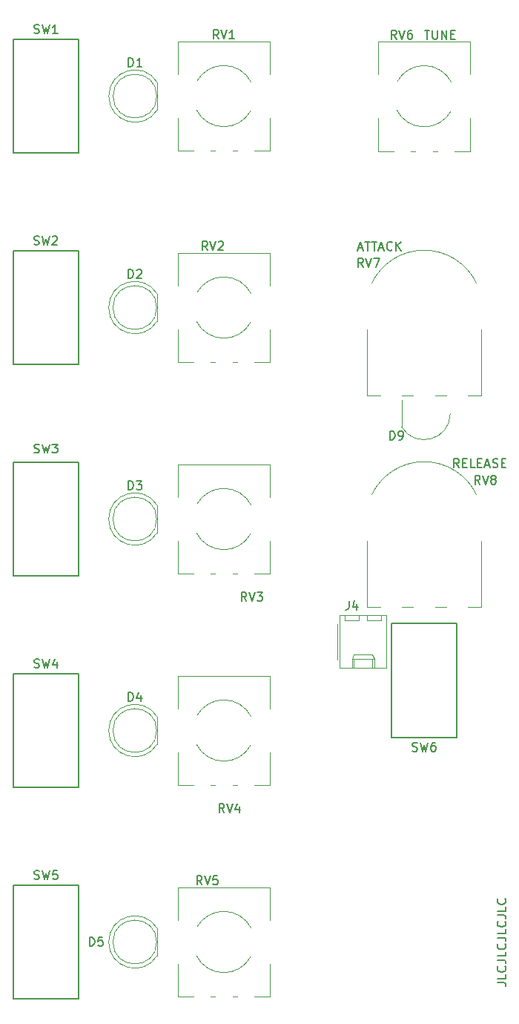
<source format=gbr>
G04 #@! TF.GenerationSoftware,KiCad,Pcbnew,(6.0.5)*
G04 #@! TF.CreationDate,2022-05-27T13:23:59-04:00*
G04 #@! TF.ProjectId,minidrone-rounded,6d696e69-6472-46f6-9e65-2d726f756e64,rev?*
G04 #@! TF.SameCoordinates,Original*
G04 #@! TF.FileFunction,Legend,Top*
G04 #@! TF.FilePolarity,Positive*
%FSLAX46Y46*%
G04 Gerber Fmt 4.6, Leading zero omitted, Abs format (unit mm)*
G04 Created by KiCad (PCBNEW (6.0.5)) date 2022-05-27 13:23:59*
%MOMM*%
%LPD*%
G01*
G04 APERTURE LIST*
%ADD10C,0.150000*%
%ADD11C,0.120000*%
G04 APERTURE END LIST*
D10*
X221702380Y-145589047D02*
X222416666Y-145589047D01*
X222559523Y-145636666D01*
X222654761Y-145731904D01*
X222702380Y-145874761D01*
X222702380Y-145970000D01*
X222702380Y-144636666D02*
X222702380Y-145112857D01*
X221702380Y-145112857D01*
X222607142Y-143731904D02*
X222654761Y-143779523D01*
X222702380Y-143922380D01*
X222702380Y-144017619D01*
X222654761Y-144160476D01*
X222559523Y-144255714D01*
X222464285Y-144303333D01*
X222273809Y-144350952D01*
X222130952Y-144350952D01*
X221940476Y-144303333D01*
X221845238Y-144255714D01*
X221750000Y-144160476D01*
X221702380Y-144017619D01*
X221702380Y-143922380D01*
X221750000Y-143779523D01*
X221797619Y-143731904D01*
X221702380Y-143017619D02*
X222416666Y-143017619D01*
X222559523Y-143065238D01*
X222654761Y-143160476D01*
X222702380Y-143303333D01*
X222702380Y-143398571D01*
X222702380Y-142065238D02*
X222702380Y-142541428D01*
X221702380Y-142541428D01*
X222607142Y-141160476D02*
X222654761Y-141208095D01*
X222702380Y-141350952D01*
X222702380Y-141446190D01*
X222654761Y-141589047D01*
X222559523Y-141684285D01*
X222464285Y-141731904D01*
X222273809Y-141779523D01*
X222130952Y-141779523D01*
X221940476Y-141731904D01*
X221845238Y-141684285D01*
X221750000Y-141589047D01*
X221702380Y-141446190D01*
X221702380Y-141350952D01*
X221750000Y-141208095D01*
X221797619Y-141160476D01*
X221702380Y-140446190D02*
X222416666Y-140446190D01*
X222559523Y-140493809D01*
X222654761Y-140589047D01*
X222702380Y-140731904D01*
X222702380Y-140827142D01*
X222702380Y-139493809D02*
X222702380Y-139970000D01*
X221702380Y-139970000D01*
X222607142Y-138589047D02*
X222654761Y-138636666D01*
X222702380Y-138779523D01*
X222702380Y-138874761D01*
X222654761Y-139017619D01*
X222559523Y-139112857D01*
X222464285Y-139160476D01*
X222273809Y-139208095D01*
X222130952Y-139208095D01*
X221940476Y-139160476D01*
X221845238Y-139112857D01*
X221750000Y-139017619D01*
X221702380Y-138874761D01*
X221702380Y-138779523D01*
X221750000Y-138636666D01*
X221797619Y-138589047D01*
X221702380Y-137874761D02*
X222416666Y-137874761D01*
X222559523Y-137922380D01*
X222654761Y-138017619D01*
X222702380Y-138160476D01*
X222702380Y-138255714D01*
X222702380Y-136922380D02*
X222702380Y-137398571D01*
X221702380Y-137398571D01*
X222607142Y-136017619D02*
X222654761Y-136065238D01*
X222702380Y-136208095D01*
X222702380Y-136303333D01*
X222654761Y-136446190D01*
X222559523Y-136541428D01*
X222464285Y-136589047D01*
X222273809Y-136636666D01*
X222130952Y-136636666D01*
X221940476Y-136589047D01*
X221845238Y-136541428D01*
X221750000Y-136446190D01*
X221702380Y-136303333D01*
X221702380Y-136208095D01*
X221750000Y-136065238D01*
X221797619Y-136017619D01*
X190539761Y-126182380D02*
X190206428Y-125706190D01*
X189968333Y-126182380D02*
X189968333Y-125182380D01*
X190349285Y-125182380D01*
X190444523Y-125230000D01*
X190492142Y-125277619D01*
X190539761Y-125372857D01*
X190539761Y-125515714D01*
X190492142Y-125610952D01*
X190444523Y-125658571D01*
X190349285Y-125706190D01*
X189968333Y-125706190D01*
X190825476Y-125182380D02*
X191158809Y-126182380D01*
X191492142Y-125182380D01*
X192254047Y-125515714D02*
X192254047Y-126182380D01*
X192015952Y-125134761D02*
X191777857Y-125849047D01*
X192396904Y-125849047D01*
X219749761Y-88717380D02*
X219416428Y-88241190D01*
X219178333Y-88717380D02*
X219178333Y-87717380D01*
X219559285Y-87717380D01*
X219654523Y-87765000D01*
X219702142Y-87812619D01*
X219749761Y-87907857D01*
X219749761Y-88050714D01*
X219702142Y-88145952D01*
X219654523Y-88193571D01*
X219559285Y-88241190D01*
X219178333Y-88241190D01*
X220035476Y-87717380D02*
X220368809Y-88717380D01*
X220702142Y-87717380D01*
X221178333Y-88145952D02*
X221083095Y-88098333D01*
X221035476Y-88050714D01*
X220987857Y-87955476D01*
X220987857Y-87907857D01*
X221035476Y-87812619D01*
X221083095Y-87765000D01*
X221178333Y-87717380D01*
X221368809Y-87717380D01*
X221464047Y-87765000D01*
X221511666Y-87812619D01*
X221559285Y-87907857D01*
X221559285Y-87955476D01*
X221511666Y-88050714D01*
X221464047Y-88098333D01*
X221368809Y-88145952D01*
X221178333Y-88145952D01*
X221083095Y-88193571D01*
X221035476Y-88241190D01*
X220987857Y-88336428D01*
X220987857Y-88526904D01*
X221035476Y-88622142D01*
X221083095Y-88669761D01*
X221178333Y-88717380D01*
X221368809Y-88717380D01*
X221464047Y-88669761D01*
X221511666Y-88622142D01*
X221559285Y-88526904D01*
X221559285Y-88336428D01*
X221511666Y-88241190D01*
X221464047Y-88193571D01*
X221368809Y-88145952D01*
X217352857Y-86812380D02*
X217019523Y-86336190D01*
X216781428Y-86812380D02*
X216781428Y-85812380D01*
X217162380Y-85812380D01*
X217257619Y-85860000D01*
X217305238Y-85907619D01*
X217352857Y-86002857D01*
X217352857Y-86145714D01*
X217305238Y-86240952D01*
X217257619Y-86288571D01*
X217162380Y-86336190D01*
X216781428Y-86336190D01*
X217781428Y-86288571D02*
X218114761Y-86288571D01*
X218257619Y-86812380D02*
X217781428Y-86812380D01*
X217781428Y-85812380D01*
X218257619Y-85812380D01*
X219162380Y-86812380D02*
X218686190Y-86812380D01*
X218686190Y-85812380D01*
X219495714Y-86288571D02*
X219829047Y-86288571D01*
X219971904Y-86812380D02*
X219495714Y-86812380D01*
X219495714Y-85812380D01*
X219971904Y-85812380D01*
X220352857Y-86526666D02*
X220829047Y-86526666D01*
X220257619Y-86812380D02*
X220590952Y-85812380D01*
X220924285Y-86812380D01*
X221210000Y-86764761D02*
X221352857Y-86812380D01*
X221590952Y-86812380D01*
X221686190Y-86764761D01*
X221733809Y-86717142D01*
X221781428Y-86621904D01*
X221781428Y-86526666D01*
X221733809Y-86431428D01*
X221686190Y-86383809D01*
X221590952Y-86336190D01*
X221400476Y-86288571D01*
X221305238Y-86240952D01*
X221257619Y-86193333D01*
X221210000Y-86098095D01*
X221210000Y-86002857D01*
X221257619Y-85907619D01*
X221305238Y-85860000D01*
X221400476Y-85812380D01*
X221638571Y-85812380D01*
X221781428Y-85860000D01*
X222210000Y-86288571D02*
X222543333Y-86288571D01*
X222686190Y-86812380D02*
X222210000Y-86812380D01*
X222210000Y-85812380D01*
X222686190Y-85812380D01*
X188634761Y-62012380D02*
X188301428Y-61536190D01*
X188063333Y-62012380D02*
X188063333Y-61012380D01*
X188444285Y-61012380D01*
X188539523Y-61060000D01*
X188587142Y-61107619D01*
X188634761Y-61202857D01*
X188634761Y-61345714D01*
X188587142Y-61440952D01*
X188539523Y-61488571D01*
X188444285Y-61536190D01*
X188063333Y-61536190D01*
X188920476Y-61012380D02*
X189253809Y-62012380D01*
X189587142Y-61012380D01*
X189872857Y-61107619D02*
X189920476Y-61060000D01*
X190015714Y-61012380D01*
X190253809Y-61012380D01*
X190349047Y-61060000D01*
X190396666Y-61107619D01*
X190444285Y-61202857D01*
X190444285Y-61298095D01*
X190396666Y-61440952D01*
X189825238Y-62012380D01*
X190444285Y-62012380D01*
X210224761Y-37917380D02*
X209891428Y-37441190D01*
X209653333Y-37917380D02*
X209653333Y-36917380D01*
X210034285Y-36917380D01*
X210129523Y-36965000D01*
X210177142Y-37012619D01*
X210224761Y-37107857D01*
X210224761Y-37250714D01*
X210177142Y-37345952D01*
X210129523Y-37393571D01*
X210034285Y-37441190D01*
X209653333Y-37441190D01*
X210510476Y-36917380D02*
X210843809Y-37917380D01*
X211177142Y-36917380D01*
X211939047Y-36917380D02*
X211748571Y-36917380D01*
X211653333Y-36965000D01*
X211605714Y-37012619D01*
X211510476Y-37155476D01*
X211462857Y-37345952D01*
X211462857Y-37726904D01*
X211510476Y-37822142D01*
X211558095Y-37869761D01*
X211653333Y-37917380D01*
X211843809Y-37917380D01*
X211939047Y-37869761D01*
X211986666Y-37822142D01*
X212034285Y-37726904D01*
X212034285Y-37488809D01*
X211986666Y-37393571D01*
X211939047Y-37345952D01*
X211843809Y-37298333D01*
X211653333Y-37298333D01*
X211558095Y-37345952D01*
X211510476Y-37393571D01*
X211462857Y-37488809D01*
X213414344Y-36917380D02*
X213985773Y-36917380D01*
X213700059Y-37917380D02*
X213700059Y-36917380D01*
X214319106Y-36917380D02*
X214319106Y-37726904D01*
X214366725Y-37822142D01*
X214414344Y-37869761D01*
X214509582Y-37917380D01*
X214700059Y-37917380D01*
X214795297Y-37869761D01*
X214842916Y-37822142D01*
X214890535Y-37726904D01*
X214890535Y-36917380D01*
X215366725Y-37917380D02*
X215366725Y-36917380D01*
X215938154Y-37917380D01*
X215938154Y-36917380D01*
X216414344Y-37393571D02*
X216747678Y-37393571D01*
X216890535Y-37917380D02*
X216414344Y-37917380D01*
X216414344Y-36917380D01*
X216890535Y-36917380D01*
X168821666Y-61364761D02*
X168964523Y-61412380D01*
X169202619Y-61412380D01*
X169297857Y-61364761D01*
X169345476Y-61317142D01*
X169393095Y-61221904D01*
X169393095Y-61126666D01*
X169345476Y-61031428D01*
X169297857Y-60983809D01*
X169202619Y-60936190D01*
X169012142Y-60888571D01*
X168916904Y-60840952D01*
X168869285Y-60793333D01*
X168821666Y-60698095D01*
X168821666Y-60602857D01*
X168869285Y-60507619D01*
X168916904Y-60460000D01*
X169012142Y-60412380D01*
X169250238Y-60412380D01*
X169393095Y-60460000D01*
X169726428Y-60412380D02*
X169964523Y-61412380D01*
X170155000Y-60698095D01*
X170345476Y-61412380D01*
X170583571Y-60412380D01*
X170916904Y-60507619D02*
X170964523Y-60460000D01*
X171059761Y-60412380D01*
X171297857Y-60412380D01*
X171393095Y-60460000D01*
X171440714Y-60507619D01*
X171488333Y-60602857D01*
X171488333Y-60698095D01*
X171440714Y-60840952D01*
X170869285Y-61412380D01*
X171488333Y-61412380D01*
X179586904Y-89352380D02*
X179586904Y-88352380D01*
X179825000Y-88352380D01*
X179967857Y-88400000D01*
X180063095Y-88495238D01*
X180110714Y-88590476D01*
X180158333Y-88780952D01*
X180158333Y-88923809D01*
X180110714Y-89114285D01*
X180063095Y-89209523D01*
X179967857Y-89304761D01*
X179825000Y-89352380D01*
X179586904Y-89352380D01*
X180491666Y-88352380D02*
X181110714Y-88352380D01*
X180777380Y-88733333D01*
X180920238Y-88733333D01*
X181015476Y-88780952D01*
X181063095Y-88828571D01*
X181110714Y-88923809D01*
X181110714Y-89161904D01*
X181063095Y-89257142D01*
X181015476Y-89304761D01*
X180920238Y-89352380D01*
X180634523Y-89352380D01*
X180539285Y-89304761D01*
X180491666Y-89257142D01*
X187999761Y-134402380D02*
X187666428Y-133926190D01*
X187428333Y-134402380D02*
X187428333Y-133402380D01*
X187809285Y-133402380D01*
X187904523Y-133450000D01*
X187952142Y-133497619D01*
X187999761Y-133592857D01*
X187999761Y-133735714D01*
X187952142Y-133830952D01*
X187904523Y-133878571D01*
X187809285Y-133926190D01*
X187428333Y-133926190D01*
X188285476Y-133402380D02*
X188618809Y-134402380D01*
X188952142Y-133402380D01*
X189761666Y-133402380D02*
X189285476Y-133402380D01*
X189237857Y-133878571D01*
X189285476Y-133830952D01*
X189380714Y-133783333D01*
X189618809Y-133783333D01*
X189714047Y-133830952D01*
X189761666Y-133878571D01*
X189809285Y-133973809D01*
X189809285Y-134211904D01*
X189761666Y-134307142D01*
X189714047Y-134354761D01*
X189618809Y-134402380D01*
X189380714Y-134402380D01*
X189285476Y-134354761D01*
X189237857Y-134307142D01*
X168846666Y-109624761D02*
X168989523Y-109672380D01*
X169227619Y-109672380D01*
X169322857Y-109624761D01*
X169370476Y-109577142D01*
X169418095Y-109481904D01*
X169418095Y-109386666D01*
X169370476Y-109291428D01*
X169322857Y-109243809D01*
X169227619Y-109196190D01*
X169037142Y-109148571D01*
X168941904Y-109100952D01*
X168894285Y-109053333D01*
X168846666Y-108958095D01*
X168846666Y-108862857D01*
X168894285Y-108767619D01*
X168941904Y-108720000D01*
X169037142Y-108672380D01*
X169275238Y-108672380D01*
X169418095Y-108720000D01*
X169751428Y-108672380D02*
X169989523Y-109672380D01*
X170180000Y-108958095D01*
X170370476Y-109672380D01*
X170608571Y-108672380D01*
X171418095Y-109005714D02*
X171418095Y-109672380D01*
X171180000Y-108624761D02*
X170941904Y-109339047D01*
X171560952Y-109339047D01*
X204771666Y-102032380D02*
X204771666Y-102746666D01*
X204724047Y-102889523D01*
X204628809Y-102984761D01*
X204485952Y-103032380D01*
X204390714Y-103032380D01*
X205676428Y-102365714D02*
X205676428Y-103032380D01*
X205438333Y-101984761D02*
X205200238Y-102699047D01*
X205819285Y-102699047D01*
X175156904Y-141401918D02*
X175156904Y-140401918D01*
X175395000Y-140401918D01*
X175537857Y-140449538D01*
X175633095Y-140544776D01*
X175680714Y-140640014D01*
X175728333Y-140830490D01*
X175728333Y-140973347D01*
X175680714Y-141163823D01*
X175633095Y-141259061D01*
X175537857Y-141354299D01*
X175395000Y-141401918D01*
X175156904Y-141401918D01*
X176633095Y-140401918D02*
X176156904Y-140401918D01*
X176109285Y-140878109D01*
X176156904Y-140830490D01*
X176252142Y-140782871D01*
X176490238Y-140782871D01*
X176585476Y-140830490D01*
X176633095Y-140878109D01*
X176680714Y-140973347D01*
X176680714Y-141211442D01*
X176633095Y-141306680D01*
X176585476Y-141354299D01*
X176490238Y-141401918D01*
X176252142Y-141401918D01*
X176156904Y-141354299D01*
X176109285Y-141306680D01*
X179601904Y-41072380D02*
X179601904Y-40072380D01*
X179840000Y-40072380D01*
X179982857Y-40120000D01*
X180078095Y-40215238D01*
X180125714Y-40310476D01*
X180173333Y-40500952D01*
X180173333Y-40643809D01*
X180125714Y-40834285D01*
X180078095Y-40929523D01*
X179982857Y-41024761D01*
X179840000Y-41072380D01*
X179601904Y-41072380D01*
X181125714Y-41072380D02*
X180554285Y-41072380D01*
X180840000Y-41072380D02*
X180840000Y-40072380D01*
X180744761Y-40215238D01*
X180649523Y-40310476D01*
X180554285Y-40358095D01*
X179586904Y-113482380D02*
X179586904Y-112482380D01*
X179825000Y-112482380D01*
X179967857Y-112530000D01*
X180063095Y-112625238D01*
X180110714Y-112720476D01*
X180158333Y-112910952D01*
X180158333Y-113053809D01*
X180110714Y-113244285D01*
X180063095Y-113339523D01*
X179967857Y-113434761D01*
X179825000Y-113482380D01*
X179586904Y-113482380D01*
X181015476Y-112815714D02*
X181015476Y-113482380D01*
X180777380Y-112434761D02*
X180539285Y-113149047D01*
X181158333Y-113149047D01*
X168846666Y-133754761D02*
X168989523Y-133802380D01*
X169227619Y-133802380D01*
X169322857Y-133754761D01*
X169370476Y-133707142D01*
X169418095Y-133611904D01*
X169418095Y-133516666D01*
X169370476Y-133421428D01*
X169322857Y-133373809D01*
X169227619Y-133326190D01*
X169037142Y-133278571D01*
X168941904Y-133230952D01*
X168894285Y-133183333D01*
X168846666Y-133088095D01*
X168846666Y-132992857D01*
X168894285Y-132897619D01*
X168941904Y-132850000D01*
X169037142Y-132802380D01*
X169275238Y-132802380D01*
X169418095Y-132850000D01*
X169751428Y-132802380D02*
X169989523Y-133802380D01*
X170180000Y-133088095D01*
X170370476Y-133802380D01*
X170608571Y-132802380D01*
X171465714Y-132802380D02*
X170989523Y-132802380D01*
X170941904Y-133278571D01*
X170989523Y-133230952D01*
X171084761Y-133183333D01*
X171322857Y-133183333D01*
X171418095Y-133230952D01*
X171465714Y-133278571D01*
X171513333Y-133373809D01*
X171513333Y-133611904D01*
X171465714Y-133707142D01*
X171418095Y-133754761D01*
X171322857Y-133802380D01*
X171084761Y-133802380D01*
X170989523Y-133754761D01*
X170941904Y-133707142D01*
X168831666Y-85094761D02*
X168974523Y-85142380D01*
X169212619Y-85142380D01*
X169307857Y-85094761D01*
X169355476Y-85047142D01*
X169403095Y-84951904D01*
X169403095Y-84856666D01*
X169355476Y-84761428D01*
X169307857Y-84713809D01*
X169212619Y-84666190D01*
X169022142Y-84618571D01*
X168926904Y-84570952D01*
X168879285Y-84523333D01*
X168831666Y-84428095D01*
X168831666Y-84332857D01*
X168879285Y-84237619D01*
X168926904Y-84190000D01*
X169022142Y-84142380D01*
X169260238Y-84142380D01*
X169403095Y-84190000D01*
X169736428Y-84142380D02*
X169974523Y-85142380D01*
X170165000Y-84428095D01*
X170355476Y-85142380D01*
X170593571Y-84142380D01*
X170879285Y-84142380D02*
X171498333Y-84142380D01*
X171165000Y-84523333D01*
X171307857Y-84523333D01*
X171403095Y-84570952D01*
X171450714Y-84618571D01*
X171498333Y-84713809D01*
X171498333Y-84951904D01*
X171450714Y-85047142D01*
X171403095Y-85094761D01*
X171307857Y-85142380D01*
X171022142Y-85142380D01*
X170926904Y-85094761D01*
X170879285Y-85047142D01*
X189889761Y-37882380D02*
X189556428Y-37406190D01*
X189318333Y-37882380D02*
X189318333Y-36882380D01*
X189699285Y-36882380D01*
X189794523Y-36930000D01*
X189842142Y-36977619D01*
X189889761Y-37072857D01*
X189889761Y-37215714D01*
X189842142Y-37310952D01*
X189794523Y-37358571D01*
X189699285Y-37406190D01*
X189318333Y-37406190D01*
X190175476Y-36882380D02*
X190508809Y-37882380D01*
X190842142Y-36882380D01*
X191699285Y-37882380D02*
X191127857Y-37882380D01*
X191413571Y-37882380D02*
X191413571Y-36882380D01*
X191318333Y-37025238D01*
X191223095Y-37120476D01*
X191127857Y-37168095D01*
X209446904Y-83637380D02*
X209446904Y-82637380D01*
X209685000Y-82637380D01*
X209827857Y-82685000D01*
X209923095Y-82780238D01*
X209970714Y-82875476D01*
X210018333Y-83065952D01*
X210018333Y-83208809D01*
X209970714Y-83399285D01*
X209923095Y-83494523D01*
X209827857Y-83589761D01*
X209685000Y-83637380D01*
X209446904Y-83637380D01*
X210494523Y-83637380D02*
X210685000Y-83637380D01*
X210780238Y-83589761D01*
X210827857Y-83542142D01*
X210923095Y-83399285D01*
X210970714Y-83208809D01*
X210970714Y-82827857D01*
X210923095Y-82732619D01*
X210875476Y-82685000D01*
X210780238Y-82637380D01*
X210589761Y-82637380D01*
X210494523Y-82685000D01*
X210446904Y-82732619D01*
X210399285Y-82827857D01*
X210399285Y-83065952D01*
X210446904Y-83161190D01*
X210494523Y-83208809D01*
X210589761Y-83256428D01*
X210780238Y-83256428D01*
X210875476Y-83208809D01*
X210923095Y-83161190D01*
X210970714Y-83065952D01*
X179586904Y-65222380D02*
X179586904Y-64222380D01*
X179825000Y-64222380D01*
X179967857Y-64270000D01*
X180063095Y-64365238D01*
X180110714Y-64460476D01*
X180158333Y-64650952D01*
X180158333Y-64793809D01*
X180110714Y-64984285D01*
X180063095Y-65079523D01*
X179967857Y-65174761D01*
X179825000Y-65222380D01*
X179586904Y-65222380D01*
X180539285Y-64317619D02*
X180586904Y-64270000D01*
X180682142Y-64222380D01*
X180920238Y-64222380D01*
X181015476Y-64270000D01*
X181063095Y-64317619D01*
X181110714Y-64412857D01*
X181110714Y-64508095D01*
X181063095Y-64650952D01*
X180491666Y-65222380D01*
X181110714Y-65222380D01*
X168831666Y-37234761D02*
X168974523Y-37282380D01*
X169212619Y-37282380D01*
X169307857Y-37234761D01*
X169355476Y-37187142D01*
X169403095Y-37091904D01*
X169403095Y-36996666D01*
X169355476Y-36901428D01*
X169307857Y-36853809D01*
X169212619Y-36806190D01*
X169022142Y-36758571D01*
X168926904Y-36710952D01*
X168879285Y-36663333D01*
X168831666Y-36568095D01*
X168831666Y-36472857D01*
X168879285Y-36377619D01*
X168926904Y-36330000D01*
X169022142Y-36282380D01*
X169260238Y-36282380D01*
X169403095Y-36330000D01*
X169736428Y-36282380D02*
X169974523Y-37282380D01*
X170165000Y-36568095D01*
X170355476Y-37282380D01*
X170593571Y-36282380D01*
X171498333Y-37282380D02*
X170926904Y-37282380D01*
X171212619Y-37282380D02*
X171212619Y-36282380D01*
X171117380Y-36425238D01*
X171022142Y-36520476D01*
X170926904Y-36568095D01*
X212026666Y-119149761D02*
X212169523Y-119197380D01*
X212407619Y-119197380D01*
X212502857Y-119149761D01*
X212550476Y-119102142D01*
X212598095Y-119006904D01*
X212598095Y-118911666D01*
X212550476Y-118816428D01*
X212502857Y-118768809D01*
X212407619Y-118721190D01*
X212217142Y-118673571D01*
X212121904Y-118625952D01*
X212074285Y-118578333D01*
X212026666Y-118483095D01*
X212026666Y-118387857D01*
X212074285Y-118292619D01*
X212121904Y-118245000D01*
X212217142Y-118197380D01*
X212455238Y-118197380D01*
X212598095Y-118245000D01*
X212931428Y-118197380D02*
X213169523Y-119197380D01*
X213360000Y-118483095D01*
X213550476Y-119197380D01*
X213788571Y-118197380D01*
X214598095Y-118197380D02*
X214407619Y-118197380D01*
X214312380Y-118245000D01*
X214264761Y-118292619D01*
X214169523Y-118435476D01*
X214121904Y-118625952D01*
X214121904Y-119006904D01*
X214169523Y-119102142D01*
X214217142Y-119149761D01*
X214312380Y-119197380D01*
X214502857Y-119197380D01*
X214598095Y-119149761D01*
X214645714Y-119102142D01*
X214693333Y-119006904D01*
X214693333Y-118768809D01*
X214645714Y-118673571D01*
X214598095Y-118625952D01*
X214502857Y-118578333D01*
X214312380Y-118578333D01*
X214217142Y-118625952D01*
X214169523Y-118673571D01*
X214121904Y-118768809D01*
X206414761Y-63952380D02*
X206081428Y-63476190D01*
X205843333Y-63952380D02*
X205843333Y-62952380D01*
X206224285Y-62952380D01*
X206319523Y-63000000D01*
X206367142Y-63047619D01*
X206414761Y-63142857D01*
X206414761Y-63285714D01*
X206367142Y-63380952D01*
X206319523Y-63428571D01*
X206224285Y-63476190D01*
X205843333Y-63476190D01*
X206700476Y-62952380D02*
X207033809Y-63952380D01*
X207367142Y-62952380D01*
X207605238Y-62952380D02*
X208271904Y-62952380D01*
X207843333Y-63952380D01*
X205851428Y-61761666D02*
X206327619Y-61761666D01*
X205756190Y-62047380D02*
X206089523Y-61047380D01*
X206422857Y-62047380D01*
X206613333Y-61047380D02*
X207184761Y-61047380D01*
X206899047Y-62047380D02*
X206899047Y-61047380D01*
X207375238Y-61047380D02*
X207946666Y-61047380D01*
X207660952Y-62047380D02*
X207660952Y-61047380D01*
X208232380Y-61761666D02*
X208708571Y-61761666D01*
X208137142Y-62047380D02*
X208470476Y-61047380D01*
X208803809Y-62047380D01*
X209708571Y-61952142D02*
X209660952Y-61999761D01*
X209518095Y-62047380D01*
X209422857Y-62047380D01*
X209280000Y-61999761D01*
X209184761Y-61904523D01*
X209137142Y-61809285D01*
X209089523Y-61618809D01*
X209089523Y-61475952D01*
X209137142Y-61285476D01*
X209184761Y-61190238D01*
X209280000Y-61095000D01*
X209422857Y-61047380D01*
X209518095Y-61047380D01*
X209660952Y-61095000D01*
X209708571Y-61142619D01*
X210137142Y-62047380D02*
X210137142Y-61047380D01*
X210708571Y-62047380D02*
X210280000Y-61475952D01*
X210708571Y-61047380D02*
X210137142Y-61618809D01*
X193079761Y-102052380D02*
X192746428Y-101576190D01*
X192508333Y-102052380D02*
X192508333Y-101052380D01*
X192889285Y-101052380D01*
X192984523Y-101100000D01*
X193032142Y-101147619D01*
X193079761Y-101242857D01*
X193079761Y-101385714D01*
X193032142Y-101480952D01*
X192984523Y-101528571D01*
X192889285Y-101576190D01*
X192508333Y-101576190D01*
X193365476Y-101052380D02*
X193698809Y-102052380D01*
X194032142Y-101052380D01*
X194270238Y-101052380D02*
X194889285Y-101052380D01*
X194555952Y-101433333D01*
X194698809Y-101433333D01*
X194794047Y-101480952D01*
X194841666Y-101528571D01*
X194889285Y-101623809D01*
X194889285Y-101861904D01*
X194841666Y-101957142D01*
X194794047Y-102004761D01*
X194698809Y-102052380D01*
X194413095Y-102052380D01*
X194317857Y-102004761D01*
X194270238Y-101957142D01*
D11*
X185235000Y-119320000D02*
X185235000Y-123070000D01*
X185235000Y-123070000D02*
X186985000Y-123070000D01*
X191485000Y-123070000D02*
X191985000Y-123070000D01*
X193985000Y-123070000D02*
X195735000Y-123070000D01*
X195735000Y-123070000D02*
X195735000Y-119320000D01*
X188985000Y-123070000D02*
X189485000Y-123070000D01*
X185235000Y-110570000D02*
X185235000Y-114320000D01*
X195735000Y-110570000D02*
X195735000Y-114320000D01*
X195735000Y-110570000D02*
X185235000Y-110570000D01*
X193615495Y-115254752D02*
G75*
G03*
X190485000Y-113320000I-3130495J-1565248D01*
G01*
X187354505Y-118385248D02*
G75*
G03*
X190485000Y-120320000I3130494J1565247D01*
G01*
X190485000Y-120320054D02*
G75*
G03*
X193533051Y-118540398I0J3500055D01*
G01*
X190485000Y-113319945D02*
G75*
G03*
X187436949Y-115099602I0J-3500055D01*
G01*
X210860000Y-102710000D02*
X212110000Y-102710000D01*
X219860000Y-102710000D02*
X219860000Y-95210000D01*
X206860000Y-102710000D02*
X208360000Y-102710000D01*
X214610000Y-102710000D02*
X215860000Y-102710000D01*
X218360000Y-102710000D02*
X219860000Y-102710000D01*
X206860000Y-95210000D02*
X206860000Y-102710000D01*
X219360000Y-89960000D02*
G75*
G03*
X207360000Y-89960000I-6000000J-2812529D01*
G01*
X195735000Y-62310000D02*
X185235000Y-62310000D01*
X193985000Y-74810000D02*
X195735000Y-74810000D01*
X185235000Y-74810000D02*
X186985000Y-74810000D01*
X188985000Y-74810000D02*
X189485000Y-74810000D01*
X195735000Y-62310000D02*
X195735000Y-66060000D01*
X185235000Y-71060000D02*
X185235000Y-74810000D01*
X185235000Y-62310000D02*
X185235000Y-66060000D01*
X195735000Y-74810000D02*
X195735000Y-71060000D01*
X191485000Y-74810000D02*
X191985000Y-74810000D01*
X193615495Y-66994752D02*
G75*
G03*
X190485000Y-65060000I-3130495J-1565248D01*
G01*
X187354505Y-70125248D02*
G75*
G03*
X190485000Y-72060000I3130494J1565247D01*
G01*
X190485000Y-65059945D02*
G75*
G03*
X187436949Y-66839602I0J-3500055D01*
G01*
X190485000Y-72060054D02*
G75*
G03*
X193533051Y-70280398I0J3500055D01*
G01*
X218610000Y-38200000D02*
X208110000Y-38200000D01*
X216860000Y-50700000D02*
X218610000Y-50700000D01*
X208110000Y-46950000D02*
X208110000Y-50700000D01*
X218610000Y-38200000D02*
X218610000Y-41950000D01*
X214360000Y-50700000D02*
X214860000Y-50700000D01*
X211860000Y-50700000D02*
X212360000Y-50700000D01*
X208110000Y-50700000D02*
X209860000Y-50700000D01*
X218610000Y-50700000D02*
X218610000Y-46950000D01*
X208110000Y-38200000D02*
X208110000Y-41950000D01*
X213360000Y-40949945D02*
G75*
G03*
X210311949Y-42729602I0J-3500055D01*
G01*
X210229505Y-46015248D02*
G75*
G03*
X213360000Y-47950000I3130494J1565247D01*
G01*
X213360000Y-47950054D02*
G75*
G03*
X216408051Y-46170398I0J3500055D01*
G01*
X216490495Y-42884752D02*
G75*
G03*
X213360000Y-40950000I-3130495J-1565248D01*
G01*
D10*
X166415000Y-75060000D02*
X173915000Y-75060000D01*
X173915000Y-62060000D02*
X166415000Y-62060000D01*
X173915000Y-75060000D02*
X173915000Y-62060000D01*
X166415000Y-62060000D02*
X166415000Y-75060000D01*
D11*
X182885000Y-94235000D02*
X182885000Y-91145000D01*
X177335000Y-92689538D02*
G75*
G03*
X182885000Y-94234830I2990000J-462D01*
G01*
X182885000Y-91145170D02*
G75*
G03*
X177335000Y-92690462I-2560000J-1544830D01*
G01*
X182825000Y-92690000D02*
G75*
G03*
X182825000Y-92690000I-2500000J0D01*
G01*
X185235000Y-134700000D02*
X185235000Y-138450000D01*
X195735000Y-134700000D02*
X195735000Y-138450000D01*
X195735000Y-147200000D02*
X195735000Y-143450000D01*
X185235000Y-147200000D02*
X186985000Y-147200000D01*
X193985000Y-147200000D02*
X195735000Y-147200000D01*
X195735000Y-134700000D02*
X185235000Y-134700000D01*
X185235000Y-143450000D02*
X185235000Y-147200000D01*
X191485000Y-147200000D02*
X191985000Y-147200000D01*
X188985000Y-147200000D02*
X189485000Y-147200000D01*
X187354505Y-142515248D02*
G75*
G03*
X190485000Y-144450000I3130494J1565247D01*
G01*
X193615495Y-139384752D02*
G75*
G03*
X190485000Y-137450000I-3130495J-1565248D01*
G01*
X190485000Y-144450054D02*
G75*
G03*
X193533051Y-142670398I0J3500055D01*
G01*
X190485000Y-137449945D02*
G75*
G03*
X187436949Y-139229602I0J-3500055D01*
G01*
D10*
X166415000Y-110320000D02*
X166415000Y-123320000D01*
X173915000Y-123320000D02*
X173915000Y-110320000D01*
X166415000Y-123320000D02*
X173915000Y-123320000D01*
X173915000Y-110320000D02*
X166415000Y-110320000D01*
D11*
X205105000Y-109690000D02*
X205105000Y-108690000D01*
X205355000Y-109690000D02*
X205355000Y-108690000D01*
X206845000Y-104270000D02*
X208445000Y-104270000D01*
X205105000Y-108690000D02*
X207645000Y-108690000D01*
X205905000Y-104270000D02*
X205905000Y-103670000D01*
X204305000Y-103670000D02*
X204305000Y-104270000D01*
X205105000Y-108690000D02*
X205355000Y-108160000D01*
X203435000Y-104700000D02*
X203435000Y-108700000D01*
X209025000Y-103670000D02*
X203725000Y-103670000D01*
X204305000Y-104270000D02*
X205905000Y-104270000D01*
X207395000Y-108160000D02*
X207645000Y-108690000D01*
X209025000Y-109690000D02*
X209025000Y-103670000D01*
X207395000Y-109690000D02*
X207395000Y-108690000D01*
X203725000Y-103670000D02*
X203725000Y-109690000D01*
X207645000Y-108690000D02*
X207645000Y-109690000D01*
X203725000Y-109690000D02*
X209025000Y-109690000D01*
X205355000Y-108160000D02*
X207395000Y-108160000D01*
X208445000Y-104270000D02*
X208445000Y-103670000D01*
X206845000Y-103670000D02*
X206845000Y-104270000D01*
X182885000Y-142495000D02*
X182885000Y-139405000D01*
X177335000Y-140949538D02*
G75*
G03*
X182885000Y-142494830I2990000J-462D01*
G01*
X182885000Y-139405170D02*
G75*
G03*
X177335000Y-140950462I-2560000J-1544830D01*
G01*
X182825000Y-140950000D02*
G75*
G03*
X182825000Y-140950000I-2500000J0D01*
G01*
X182900000Y-45975000D02*
X182900000Y-42885000D01*
X182900000Y-42885170D02*
G75*
G03*
X177350000Y-44430462I-2560000J-1544830D01*
G01*
X177350000Y-44429538D02*
G75*
G03*
X182900000Y-45974830I2990000J-462D01*
G01*
X182840000Y-44430000D02*
G75*
G03*
X182840000Y-44430000I-2500000J0D01*
G01*
X182885000Y-118365000D02*
X182885000Y-115275000D01*
X182885000Y-115275170D02*
G75*
G03*
X177335000Y-116820462I-2560000J-1544830D01*
G01*
X177335000Y-116819538D02*
G75*
G03*
X182885000Y-118364830I2990000J-462D01*
G01*
X182825000Y-116820000D02*
G75*
G03*
X182825000Y-116820000I-2500000J0D01*
G01*
D10*
X166415000Y-134450000D02*
X166415000Y-147450000D01*
X173915000Y-147450000D02*
X173915000Y-134450000D01*
X173915000Y-134450000D02*
X166415000Y-134450000D01*
X166415000Y-147450000D02*
X173915000Y-147450000D01*
X166415000Y-99190000D02*
X173915000Y-99190000D01*
X173915000Y-99190000D02*
X173915000Y-86190000D01*
X173915000Y-86190000D02*
X166415000Y-86190000D01*
X166415000Y-86190000D02*
X166415000Y-99190000D01*
D11*
X193615495Y-42864752D02*
G75*
G03*
X190485000Y-40930000I-3130495J-1565248D01*
G01*
X190485000Y-40929945D02*
G75*
G03*
X187436949Y-42709602I0J-3500055D01*
G01*
X190485000Y-47930054D02*
G75*
G03*
X193533051Y-46150398I0J3500055D01*
G01*
X187354505Y-45995248D02*
G75*
G03*
X190485000Y-47930000I3130494J1565247D01*
G01*
X195735000Y-38180000D02*
X185235000Y-38180000D01*
X195735000Y-50680000D02*
X195735000Y-46930000D01*
X195735000Y-38180000D02*
X195735000Y-41930000D01*
X185235000Y-46930000D02*
X185235000Y-50680000D01*
X185235000Y-50680000D02*
X186985000Y-50680000D01*
X185235000Y-38180000D02*
X185235000Y-41930000D01*
X191485000Y-50680000D02*
X191985000Y-50680000D01*
X188985000Y-50680000D02*
X189485000Y-50680000D01*
X193985000Y-50680000D02*
X195735000Y-50680000D01*
X210800000Y-79100000D02*
X210800000Y-82190000D01*
X210800000Y-82189830D02*
G75*
G03*
X216350000Y-80644538I2560000J1544830D01*
G01*
X182885000Y-70105000D02*
X182885000Y-67015000D01*
X177335000Y-68559538D02*
G75*
G03*
X182885000Y-70104830I2990000J-462D01*
G01*
X182885000Y-67015170D02*
G75*
G03*
X177335000Y-68560462I-2560000J-1544830D01*
G01*
X182825000Y-68560000D02*
G75*
G03*
X182825000Y-68560000I-2500000J0D01*
G01*
D10*
X173915000Y-37930000D02*
X166415000Y-37930000D01*
X166415000Y-50930000D02*
X173915000Y-50930000D01*
X173915000Y-50930000D02*
X173915000Y-37930000D01*
X166415000Y-37930000D02*
X166415000Y-50930000D01*
X217095000Y-104625000D02*
X209595000Y-104625000D01*
X209595000Y-117625000D02*
X217095000Y-117625000D01*
X217095000Y-117625000D02*
X217095000Y-104625000D01*
X209595000Y-104625000D02*
X209595000Y-117625000D01*
D11*
X219860000Y-78580000D02*
X219860000Y-71080000D01*
X214610000Y-78580000D02*
X215860000Y-78580000D01*
X206860000Y-78580000D02*
X208360000Y-78580000D01*
X206860000Y-71080000D02*
X206860000Y-78580000D01*
X218360000Y-78580000D02*
X219860000Y-78580000D01*
X210860000Y-78580000D02*
X212110000Y-78580000D01*
X219360000Y-65830000D02*
G75*
G03*
X207360000Y-65830000I-6000000J-2812529D01*
G01*
X185235000Y-98940000D02*
X186985000Y-98940000D01*
X188985000Y-98940000D02*
X189485000Y-98940000D01*
X193985000Y-98940000D02*
X195735000Y-98940000D01*
X191485000Y-98940000D02*
X191985000Y-98940000D01*
X195735000Y-86440000D02*
X185235000Y-86440000D01*
X195735000Y-86440000D02*
X195735000Y-90190000D01*
X185235000Y-95190000D02*
X185235000Y-98940000D01*
X185235000Y-86440000D02*
X185235000Y-90190000D01*
X195735000Y-98940000D02*
X195735000Y-95190000D01*
X193615495Y-91124752D02*
G75*
G03*
X190485000Y-89190000I-3130495J-1565248D01*
G01*
X190485000Y-89189945D02*
G75*
G03*
X187436949Y-90969602I0J-3500055D01*
G01*
X187354505Y-94255248D02*
G75*
G03*
X190485000Y-96190000I3130494J1565247D01*
G01*
X190485000Y-96190054D02*
G75*
G03*
X193533051Y-94410398I0J3500055D01*
G01*
M02*

</source>
